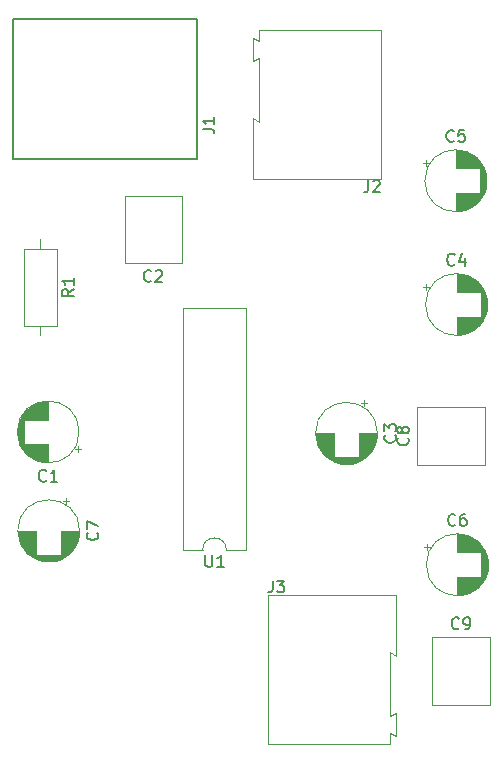
<source format=gbr>
G04 #@! TF.GenerationSoftware,KiCad,Pcbnew,5.0.2-5.fc29*
G04 #@! TF.CreationDate,2019-03-09T14:00:13+01:00*
G04 #@! TF.ProjectId,tea2025b_amp,74656132-3032-4356-925f-616d702e6b69,v1.0*
G04 #@! TF.SameCoordinates,Original*
G04 #@! TF.FileFunction,Legend,Top*
G04 #@! TF.FilePolarity,Positive*
%FSLAX46Y46*%
G04 Gerber Fmt 4.6, Leading zero omitted, Abs format (unit mm)*
G04 Created by KiCad (PCBNEW 5.0.2-5.fc29) date sob, 9 mar 2019, 14:00:13*
%MOMM*%
%LPD*%
G01*
G04 APERTURE LIST*
%ADD10C,0.120000*%
%ADD11C,0.150000*%
G04 APERTURE END LIST*
D10*
G04 #@! TO.C,J3*
X162124000Y-111111500D02*
X151274000Y-111111500D01*
X162124000Y-116211500D02*
X162124000Y-111111500D01*
X161624000Y-115911500D02*
X162124000Y-116211500D01*
X161624000Y-121311500D02*
X161624000Y-115911500D01*
X162124000Y-121061500D02*
X161624000Y-121311500D01*
X162124000Y-121111500D02*
X162124000Y-121061500D01*
X162124000Y-123011500D02*
X162124000Y-121111500D01*
X161624000Y-122761500D02*
X162124000Y-123011500D01*
X161624000Y-123711500D02*
X161624000Y-122761500D01*
X151274000Y-123711500D02*
X161624000Y-123711500D01*
X151274000Y-111111500D02*
X151274000Y-123711500D01*
G04 #@! TO.C,J2*
X160828500Y-75832500D02*
X160828500Y-63232500D01*
X160828500Y-63232500D02*
X150478500Y-63232500D01*
X150478500Y-63232500D02*
X150478500Y-64182500D01*
X150478500Y-64182500D02*
X149978500Y-63932500D01*
X149978500Y-63932500D02*
X149978500Y-65832500D01*
X149978500Y-65832500D02*
X149978500Y-65882500D01*
X149978500Y-65882500D02*
X150478500Y-65632500D01*
X150478500Y-65632500D02*
X150478500Y-71032500D01*
X150478500Y-71032500D02*
X149978500Y-70732500D01*
X149978500Y-70732500D02*
X149978500Y-75832500D01*
X149978500Y-75832500D02*
X160828500Y-75832500D01*
D11*
G04 #@! TO.C,J1*
X145302500Y-74161000D02*
X129679700Y-74161000D01*
X145302500Y-62299000D02*
X145302500Y-74061000D01*
X129679700Y-62306200D02*
X145302500Y-62306200D01*
X129679700Y-74061000D02*
X129679700Y-62361000D01*
D10*
G04 #@! TO.C,C2*
X139141500Y-83007000D02*
X139141500Y-77267000D01*
X143981500Y-83007000D02*
X143981500Y-77267000D01*
X143981500Y-77267000D02*
X139141500Y-77267000D01*
X143981500Y-83007000D02*
X139141500Y-83007000D01*
G04 #@! TO.C,C7*
X134440000Y-103093225D02*
X133940000Y-103093225D01*
X134190000Y-102843225D02*
X134190000Y-103343225D01*
X132999000Y-108249000D02*
X132431000Y-108249000D01*
X133233000Y-108209000D02*
X132197000Y-108209000D01*
X133392000Y-108169000D02*
X132038000Y-108169000D01*
X133520000Y-108129000D02*
X131910000Y-108129000D01*
X133630000Y-108089000D02*
X131800000Y-108089000D01*
X133726000Y-108049000D02*
X131704000Y-108049000D01*
X133813000Y-108009000D02*
X131617000Y-108009000D01*
X133893000Y-107969000D02*
X131537000Y-107969000D01*
X133966000Y-107929000D02*
X131464000Y-107929000D01*
X134034000Y-107889000D02*
X131396000Y-107889000D01*
X134098000Y-107849000D02*
X131332000Y-107849000D01*
X134158000Y-107809000D02*
X131272000Y-107809000D01*
X134215000Y-107769000D02*
X131215000Y-107769000D01*
X134269000Y-107729000D02*
X131161000Y-107729000D01*
X134320000Y-107689000D02*
X131110000Y-107689000D01*
X131675000Y-107649000D02*
X131062000Y-107649000D01*
X134368000Y-107649000D02*
X133755000Y-107649000D01*
X131675000Y-107609000D02*
X131016000Y-107609000D01*
X134414000Y-107609000D02*
X133755000Y-107609000D01*
X131675000Y-107569000D02*
X130972000Y-107569000D01*
X134458000Y-107569000D02*
X133755000Y-107569000D01*
X131675000Y-107529000D02*
X130930000Y-107529000D01*
X134500000Y-107529000D02*
X133755000Y-107529000D01*
X131675000Y-107489000D02*
X130889000Y-107489000D01*
X134541000Y-107489000D02*
X133755000Y-107489000D01*
X131675000Y-107449000D02*
X130851000Y-107449000D01*
X134579000Y-107449000D02*
X133755000Y-107449000D01*
X131675000Y-107409000D02*
X130814000Y-107409000D01*
X134616000Y-107409000D02*
X133755000Y-107409000D01*
X131675000Y-107369000D02*
X130778000Y-107369000D01*
X134652000Y-107369000D02*
X133755000Y-107369000D01*
X131675000Y-107329000D02*
X130744000Y-107329000D01*
X134686000Y-107329000D02*
X133755000Y-107329000D01*
X131675000Y-107289000D02*
X130711000Y-107289000D01*
X134719000Y-107289000D02*
X133755000Y-107289000D01*
X131675000Y-107249000D02*
X130680000Y-107249000D01*
X134750000Y-107249000D02*
X133755000Y-107249000D01*
X131675000Y-107209000D02*
X130650000Y-107209000D01*
X134780000Y-107209000D02*
X133755000Y-107209000D01*
X131675000Y-107169000D02*
X130620000Y-107169000D01*
X134810000Y-107169000D02*
X133755000Y-107169000D01*
X131675000Y-107129000D02*
X130593000Y-107129000D01*
X134837000Y-107129000D02*
X133755000Y-107129000D01*
X131675000Y-107089000D02*
X130566000Y-107089000D01*
X134864000Y-107089000D02*
X133755000Y-107089000D01*
X131675000Y-107049000D02*
X130540000Y-107049000D01*
X134890000Y-107049000D02*
X133755000Y-107049000D01*
X131675000Y-107009000D02*
X130515000Y-107009000D01*
X134915000Y-107009000D02*
X133755000Y-107009000D01*
X131675000Y-106969000D02*
X130491000Y-106969000D01*
X134939000Y-106969000D02*
X133755000Y-106969000D01*
X131675000Y-106929000D02*
X130468000Y-106929000D01*
X134962000Y-106929000D02*
X133755000Y-106929000D01*
X131675000Y-106889000D02*
X130447000Y-106889000D01*
X134983000Y-106889000D02*
X133755000Y-106889000D01*
X131675000Y-106849000D02*
X130425000Y-106849000D01*
X135005000Y-106849000D02*
X133755000Y-106849000D01*
X131675000Y-106809000D02*
X130405000Y-106809000D01*
X135025000Y-106809000D02*
X133755000Y-106809000D01*
X131675000Y-106769000D02*
X130386000Y-106769000D01*
X135044000Y-106769000D02*
X133755000Y-106769000D01*
X131675000Y-106729000D02*
X130367000Y-106729000D01*
X135063000Y-106729000D02*
X133755000Y-106729000D01*
X131675000Y-106689000D02*
X130350000Y-106689000D01*
X135080000Y-106689000D02*
X133755000Y-106689000D01*
X131675000Y-106649000D02*
X130333000Y-106649000D01*
X135097000Y-106649000D02*
X133755000Y-106649000D01*
X131675000Y-106609000D02*
X130317000Y-106609000D01*
X135113000Y-106609000D02*
X133755000Y-106609000D01*
X131675000Y-106569000D02*
X130301000Y-106569000D01*
X135129000Y-106569000D02*
X133755000Y-106569000D01*
X131675000Y-106529000D02*
X130287000Y-106529000D01*
X135143000Y-106529000D02*
X133755000Y-106529000D01*
X131675000Y-106489000D02*
X130273000Y-106489000D01*
X135157000Y-106489000D02*
X133755000Y-106489000D01*
X131675000Y-106449000D02*
X130260000Y-106449000D01*
X135170000Y-106449000D02*
X133755000Y-106449000D01*
X131675000Y-106409000D02*
X130247000Y-106409000D01*
X135183000Y-106409000D02*
X133755000Y-106409000D01*
X131675000Y-106369000D02*
X130235000Y-106369000D01*
X135195000Y-106369000D02*
X133755000Y-106369000D01*
X131675000Y-106328000D02*
X130224000Y-106328000D01*
X135206000Y-106328000D02*
X133755000Y-106328000D01*
X131675000Y-106288000D02*
X130214000Y-106288000D01*
X135216000Y-106288000D02*
X133755000Y-106288000D01*
X131675000Y-106248000D02*
X130204000Y-106248000D01*
X135226000Y-106248000D02*
X133755000Y-106248000D01*
X131675000Y-106208000D02*
X130195000Y-106208000D01*
X135235000Y-106208000D02*
X133755000Y-106208000D01*
X131675000Y-106168000D02*
X130187000Y-106168000D01*
X135243000Y-106168000D02*
X133755000Y-106168000D01*
X131675000Y-106128000D02*
X130179000Y-106128000D01*
X135251000Y-106128000D02*
X133755000Y-106128000D01*
X131675000Y-106088000D02*
X130172000Y-106088000D01*
X135258000Y-106088000D02*
X133755000Y-106088000D01*
X131675000Y-106048000D02*
X130165000Y-106048000D01*
X135265000Y-106048000D02*
X133755000Y-106048000D01*
X131675000Y-106008000D02*
X130159000Y-106008000D01*
X135271000Y-106008000D02*
X133755000Y-106008000D01*
X131675000Y-105968000D02*
X130154000Y-105968000D01*
X135276000Y-105968000D02*
X133755000Y-105968000D01*
X131675000Y-105928000D02*
X130150000Y-105928000D01*
X135280000Y-105928000D02*
X133755000Y-105928000D01*
X131675000Y-105888000D02*
X130146000Y-105888000D01*
X135284000Y-105888000D02*
X133755000Y-105888000D01*
X131675000Y-105848000D02*
X130142000Y-105848000D01*
X135288000Y-105848000D02*
X133755000Y-105848000D01*
X131675000Y-105808000D02*
X130139000Y-105808000D01*
X135291000Y-105808000D02*
X133755000Y-105808000D01*
X131675000Y-105768000D02*
X130137000Y-105768000D01*
X135293000Y-105768000D02*
X133755000Y-105768000D01*
X131675000Y-105728000D02*
X130136000Y-105728000D01*
X135294000Y-105728000D02*
X133755000Y-105728000D01*
X135295000Y-105688000D02*
X133755000Y-105688000D01*
X131675000Y-105688000D02*
X130135000Y-105688000D01*
X135295000Y-105648000D02*
X133755000Y-105648000D01*
X131675000Y-105648000D02*
X130135000Y-105648000D01*
X135335000Y-105648000D02*
G75*
G03X135335000Y-105648000I-2620000J0D01*
G01*
G04 #@! TO.C,C6*
X164751725Y-106796500D02*
X164751725Y-107296500D01*
X164501725Y-107046500D02*
X165001725Y-107046500D01*
X169907500Y-108237500D02*
X169907500Y-108805500D01*
X169867500Y-108003500D02*
X169867500Y-109039500D01*
X169827500Y-107844500D02*
X169827500Y-109198500D01*
X169787500Y-107716500D02*
X169787500Y-109326500D01*
X169747500Y-107606500D02*
X169747500Y-109436500D01*
X169707500Y-107510500D02*
X169707500Y-109532500D01*
X169667500Y-107423500D02*
X169667500Y-109619500D01*
X169627500Y-107343500D02*
X169627500Y-109699500D01*
X169587500Y-107270500D02*
X169587500Y-109772500D01*
X169547500Y-107202500D02*
X169547500Y-109840500D01*
X169507500Y-107138500D02*
X169507500Y-109904500D01*
X169467500Y-107078500D02*
X169467500Y-109964500D01*
X169427500Y-107021500D02*
X169427500Y-110021500D01*
X169387500Y-106967500D02*
X169387500Y-110075500D01*
X169347500Y-106916500D02*
X169347500Y-110126500D01*
X169307500Y-109561500D02*
X169307500Y-110174500D01*
X169307500Y-106868500D02*
X169307500Y-107481500D01*
X169267500Y-109561500D02*
X169267500Y-110220500D01*
X169267500Y-106822500D02*
X169267500Y-107481500D01*
X169227500Y-109561500D02*
X169227500Y-110264500D01*
X169227500Y-106778500D02*
X169227500Y-107481500D01*
X169187500Y-109561500D02*
X169187500Y-110306500D01*
X169187500Y-106736500D02*
X169187500Y-107481500D01*
X169147500Y-109561500D02*
X169147500Y-110347500D01*
X169147500Y-106695500D02*
X169147500Y-107481500D01*
X169107500Y-109561500D02*
X169107500Y-110385500D01*
X169107500Y-106657500D02*
X169107500Y-107481500D01*
X169067500Y-109561500D02*
X169067500Y-110422500D01*
X169067500Y-106620500D02*
X169067500Y-107481500D01*
X169027500Y-109561500D02*
X169027500Y-110458500D01*
X169027500Y-106584500D02*
X169027500Y-107481500D01*
X168987500Y-109561500D02*
X168987500Y-110492500D01*
X168987500Y-106550500D02*
X168987500Y-107481500D01*
X168947500Y-109561500D02*
X168947500Y-110525500D01*
X168947500Y-106517500D02*
X168947500Y-107481500D01*
X168907500Y-109561500D02*
X168907500Y-110556500D01*
X168907500Y-106486500D02*
X168907500Y-107481500D01*
X168867500Y-109561500D02*
X168867500Y-110586500D01*
X168867500Y-106456500D02*
X168867500Y-107481500D01*
X168827500Y-109561500D02*
X168827500Y-110616500D01*
X168827500Y-106426500D02*
X168827500Y-107481500D01*
X168787500Y-109561500D02*
X168787500Y-110643500D01*
X168787500Y-106399500D02*
X168787500Y-107481500D01*
X168747500Y-109561500D02*
X168747500Y-110670500D01*
X168747500Y-106372500D02*
X168747500Y-107481500D01*
X168707500Y-109561500D02*
X168707500Y-110696500D01*
X168707500Y-106346500D02*
X168707500Y-107481500D01*
X168667500Y-109561500D02*
X168667500Y-110721500D01*
X168667500Y-106321500D02*
X168667500Y-107481500D01*
X168627500Y-109561500D02*
X168627500Y-110745500D01*
X168627500Y-106297500D02*
X168627500Y-107481500D01*
X168587500Y-109561500D02*
X168587500Y-110768500D01*
X168587500Y-106274500D02*
X168587500Y-107481500D01*
X168547500Y-109561500D02*
X168547500Y-110789500D01*
X168547500Y-106253500D02*
X168547500Y-107481500D01*
X168507500Y-109561500D02*
X168507500Y-110811500D01*
X168507500Y-106231500D02*
X168507500Y-107481500D01*
X168467500Y-109561500D02*
X168467500Y-110831500D01*
X168467500Y-106211500D02*
X168467500Y-107481500D01*
X168427500Y-109561500D02*
X168427500Y-110850500D01*
X168427500Y-106192500D02*
X168427500Y-107481500D01*
X168387500Y-109561500D02*
X168387500Y-110869500D01*
X168387500Y-106173500D02*
X168387500Y-107481500D01*
X168347500Y-109561500D02*
X168347500Y-110886500D01*
X168347500Y-106156500D02*
X168347500Y-107481500D01*
X168307500Y-109561500D02*
X168307500Y-110903500D01*
X168307500Y-106139500D02*
X168307500Y-107481500D01*
X168267500Y-109561500D02*
X168267500Y-110919500D01*
X168267500Y-106123500D02*
X168267500Y-107481500D01*
X168227500Y-109561500D02*
X168227500Y-110935500D01*
X168227500Y-106107500D02*
X168227500Y-107481500D01*
X168187500Y-109561500D02*
X168187500Y-110949500D01*
X168187500Y-106093500D02*
X168187500Y-107481500D01*
X168147500Y-109561500D02*
X168147500Y-110963500D01*
X168147500Y-106079500D02*
X168147500Y-107481500D01*
X168107500Y-109561500D02*
X168107500Y-110976500D01*
X168107500Y-106066500D02*
X168107500Y-107481500D01*
X168067500Y-109561500D02*
X168067500Y-110989500D01*
X168067500Y-106053500D02*
X168067500Y-107481500D01*
X168027500Y-109561500D02*
X168027500Y-111001500D01*
X168027500Y-106041500D02*
X168027500Y-107481500D01*
X167986500Y-109561500D02*
X167986500Y-111012500D01*
X167986500Y-106030500D02*
X167986500Y-107481500D01*
X167946500Y-109561500D02*
X167946500Y-111022500D01*
X167946500Y-106020500D02*
X167946500Y-107481500D01*
X167906500Y-109561500D02*
X167906500Y-111032500D01*
X167906500Y-106010500D02*
X167906500Y-107481500D01*
X167866500Y-109561500D02*
X167866500Y-111041500D01*
X167866500Y-106001500D02*
X167866500Y-107481500D01*
X167826500Y-109561500D02*
X167826500Y-111049500D01*
X167826500Y-105993500D02*
X167826500Y-107481500D01*
X167786500Y-109561500D02*
X167786500Y-111057500D01*
X167786500Y-105985500D02*
X167786500Y-107481500D01*
X167746500Y-109561500D02*
X167746500Y-111064500D01*
X167746500Y-105978500D02*
X167746500Y-107481500D01*
X167706500Y-109561500D02*
X167706500Y-111071500D01*
X167706500Y-105971500D02*
X167706500Y-107481500D01*
X167666500Y-109561500D02*
X167666500Y-111077500D01*
X167666500Y-105965500D02*
X167666500Y-107481500D01*
X167626500Y-109561500D02*
X167626500Y-111082500D01*
X167626500Y-105960500D02*
X167626500Y-107481500D01*
X167586500Y-109561500D02*
X167586500Y-111086500D01*
X167586500Y-105956500D02*
X167586500Y-107481500D01*
X167546500Y-109561500D02*
X167546500Y-111090500D01*
X167546500Y-105952500D02*
X167546500Y-107481500D01*
X167506500Y-109561500D02*
X167506500Y-111094500D01*
X167506500Y-105948500D02*
X167506500Y-107481500D01*
X167466500Y-109561500D02*
X167466500Y-111097500D01*
X167466500Y-105945500D02*
X167466500Y-107481500D01*
X167426500Y-109561500D02*
X167426500Y-111099500D01*
X167426500Y-105943500D02*
X167426500Y-107481500D01*
X167386500Y-109561500D02*
X167386500Y-111100500D01*
X167386500Y-105942500D02*
X167386500Y-107481500D01*
X167346500Y-105941500D02*
X167346500Y-107481500D01*
X167346500Y-109561500D02*
X167346500Y-111101500D01*
X167306500Y-105941500D02*
X167306500Y-107481500D01*
X167306500Y-109561500D02*
X167306500Y-111101500D01*
X169926500Y-108521500D02*
G75*
G03X169926500Y-108521500I-2620000J0D01*
G01*
G04 #@! TO.C,C5*
X164624725Y-74284500D02*
X164624725Y-74784500D01*
X164374725Y-74534500D02*
X164874725Y-74534500D01*
X169780500Y-75725500D02*
X169780500Y-76293500D01*
X169740500Y-75491500D02*
X169740500Y-76527500D01*
X169700500Y-75332500D02*
X169700500Y-76686500D01*
X169660500Y-75204500D02*
X169660500Y-76814500D01*
X169620500Y-75094500D02*
X169620500Y-76924500D01*
X169580500Y-74998500D02*
X169580500Y-77020500D01*
X169540500Y-74911500D02*
X169540500Y-77107500D01*
X169500500Y-74831500D02*
X169500500Y-77187500D01*
X169460500Y-74758500D02*
X169460500Y-77260500D01*
X169420500Y-74690500D02*
X169420500Y-77328500D01*
X169380500Y-74626500D02*
X169380500Y-77392500D01*
X169340500Y-74566500D02*
X169340500Y-77452500D01*
X169300500Y-74509500D02*
X169300500Y-77509500D01*
X169260500Y-74455500D02*
X169260500Y-77563500D01*
X169220500Y-74404500D02*
X169220500Y-77614500D01*
X169180500Y-77049500D02*
X169180500Y-77662500D01*
X169180500Y-74356500D02*
X169180500Y-74969500D01*
X169140500Y-77049500D02*
X169140500Y-77708500D01*
X169140500Y-74310500D02*
X169140500Y-74969500D01*
X169100500Y-77049500D02*
X169100500Y-77752500D01*
X169100500Y-74266500D02*
X169100500Y-74969500D01*
X169060500Y-77049500D02*
X169060500Y-77794500D01*
X169060500Y-74224500D02*
X169060500Y-74969500D01*
X169020500Y-77049500D02*
X169020500Y-77835500D01*
X169020500Y-74183500D02*
X169020500Y-74969500D01*
X168980500Y-77049500D02*
X168980500Y-77873500D01*
X168980500Y-74145500D02*
X168980500Y-74969500D01*
X168940500Y-77049500D02*
X168940500Y-77910500D01*
X168940500Y-74108500D02*
X168940500Y-74969500D01*
X168900500Y-77049500D02*
X168900500Y-77946500D01*
X168900500Y-74072500D02*
X168900500Y-74969500D01*
X168860500Y-77049500D02*
X168860500Y-77980500D01*
X168860500Y-74038500D02*
X168860500Y-74969500D01*
X168820500Y-77049500D02*
X168820500Y-78013500D01*
X168820500Y-74005500D02*
X168820500Y-74969500D01*
X168780500Y-77049500D02*
X168780500Y-78044500D01*
X168780500Y-73974500D02*
X168780500Y-74969500D01*
X168740500Y-77049500D02*
X168740500Y-78074500D01*
X168740500Y-73944500D02*
X168740500Y-74969500D01*
X168700500Y-77049500D02*
X168700500Y-78104500D01*
X168700500Y-73914500D02*
X168700500Y-74969500D01*
X168660500Y-77049500D02*
X168660500Y-78131500D01*
X168660500Y-73887500D02*
X168660500Y-74969500D01*
X168620500Y-77049500D02*
X168620500Y-78158500D01*
X168620500Y-73860500D02*
X168620500Y-74969500D01*
X168580500Y-77049500D02*
X168580500Y-78184500D01*
X168580500Y-73834500D02*
X168580500Y-74969500D01*
X168540500Y-77049500D02*
X168540500Y-78209500D01*
X168540500Y-73809500D02*
X168540500Y-74969500D01*
X168500500Y-77049500D02*
X168500500Y-78233500D01*
X168500500Y-73785500D02*
X168500500Y-74969500D01*
X168460500Y-77049500D02*
X168460500Y-78256500D01*
X168460500Y-73762500D02*
X168460500Y-74969500D01*
X168420500Y-77049500D02*
X168420500Y-78277500D01*
X168420500Y-73741500D02*
X168420500Y-74969500D01*
X168380500Y-77049500D02*
X168380500Y-78299500D01*
X168380500Y-73719500D02*
X168380500Y-74969500D01*
X168340500Y-77049500D02*
X168340500Y-78319500D01*
X168340500Y-73699500D02*
X168340500Y-74969500D01*
X168300500Y-77049500D02*
X168300500Y-78338500D01*
X168300500Y-73680500D02*
X168300500Y-74969500D01*
X168260500Y-77049500D02*
X168260500Y-78357500D01*
X168260500Y-73661500D02*
X168260500Y-74969500D01*
X168220500Y-77049500D02*
X168220500Y-78374500D01*
X168220500Y-73644500D02*
X168220500Y-74969500D01*
X168180500Y-77049500D02*
X168180500Y-78391500D01*
X168180500Y-73627500D02*
X168180500Y-74969500D01*
X168140500Y-77049500D02*
X168140500Y-78407500D01*
X168140500Y-73611500D02*
X168140500Y-74969500D01*
X168100500Y-77049500D02*
X168100500Y-78423500D01*
X168100500Y-73595500D02*
X168100500Y-74969500D01*
X168060500Y-77049500D02*
X168060500Y-78437500D01*
X168060500Y-73581500D02*
X168060500Y-74969500D01*
X168020500Y-77049500D02*
X168020500Y-78451500D01*
X168020500Y-73567500D02*
X168020500Y-74969500D01*
X167980500Y-77049500D02*
X167980500Y-78464500D01*
X167980500Y-73554500D02*
X167980500Y-74969500D01*
X167940500Y-77049500D02*
X167940500Y-78477500D01*
X167940500Y-73541500D02*
X167940500Y-74969500D01*
X167900500Y-77049500D02*
X167900500Y-78489500D01*
X167900500Y-73529500D02*
X167900500Y-74969500D01*
X167859500Y-77049500D02*
X167859500Y-78500500D01*
X167859500Y-73518500D02*
X167859500Y-74969500D01*
X167819500Y-77049500D02*
X167819500Y-78510500D01*
X167819500Y-73508500D02*
X167819500Y-74969500D01*
X167779500Y-77049500D02*
X167779500Y-78520500D01*
X167779500Y-73498500D02*
X167779500Y-74969500D01*
X167739500Y-77049500D02*
X167739500Y-78529500D01*
X167739500Y-73489500D02*
X167739500Y-74969500D01*
X167699500Y-77049500D02*
X167699500Y-78537500D01*
X167699500Y-73481500D02*
X167699500Y-74969500D01*
X167659500Y-77049500D02*
X167659500Y-78545500D01*
X167659500Y-73473500D02*
X167659500Y-74969500D01*
X167619500Y-77049500D02*
X167619500Y-78552500D01*
X167619500Y-73466500D02*
X167619500Y-74969500D01*
X167579500Y-77049500D02*
X167579500Y-78559500D01*
X167579500Y-73459500D02*
X167579500Y-74969500D01*
X167539500Y-77049500D02*
X167539500Y-78565500D01*
X167539500Y-73453500D02*
X167539500Y-74969500D01*
X167499500Y-77049500D02*
X167499500Y-78570500D01*
X167499500Y-73448500D02*
X167499500Y-74969500D01*
X167459500Y-77049500D02*
X167459500Y-78574500D01*
X167459500Y-73444500D02*
X167459500Y-74969500D01*
X167419500Y-77049500D02*
X167419500Y-78578500D01*
X167419500Y-73440500D02*
X167419500Y-74969500D01*
X167379500Y-77049500D02*
X167379500Y-78582500D01*
X167379500Y-73436500D02*
X167379500Y-74969500D01*
X167339500Y-77049500D02*
X167339500Y-78585500D01*
X167339500Y-73433500D02*
X167339500Y-74969500D01*
X167299500Y-77049500D02*
X167299500Y-78587500D01*
X167299500Y-73431500D02*
X167299500Y-74969500D01*
X167259500Y-77049500D02*
X167259500Y-78588500D01*
X167259500Y-73430500D02*
X167259500Y-74969500D01*
X167219500Y-73429500D02*
X167219500Y-74969500D01*
X167219500Y-77049500D02*
X167219500Y-78589500D01*
X167179500Y-73429500D02*
X167179500Y-74969500D01*
X167179500Y-77049500D02*
X167179500Y-78589500D01*
X169799500Y-76009500D02*
G75*
G03X169799500Y-76009500I-2620000J0D01*
G01*
G04 #@! TO.C,C4*
X164688225Y-84762000D02*
X164688225Y-85262000D01*
X164438225Y-85012000D02*
X164938225Y-85012000D01*
X169844000Y-86203000D02*
X169844000Y-86771000D01*
X169804000Y-85969000D02*
X169804000Y-87005000D01*
X169764000Y-85810000D02*
X169764000Y-87164000D01*
X169724000Y-85682000D02*
X169724000Y-87292000D01*
X169684000Y-85572000D02*
X169684000Y-87402000D01*
X169644000Y-85476000D02*
X169644000Y-87498000D01*
X169604000Y-85389000D02*
X169604000Y-87585000D01*
X169564000Y-85309000D02*
X169564000Y-87665000D01*
X169524000Y-85236000D02*
X169524000Y-87738000D01*
X169484000Y-85168000D02*
X169484000Y-87806000D01*
X169444000Y-85104000D02*
X169444000Y-87870000D01*
X169404000Y-85044000D02*
X169404000Y-87930000D01*
X169364000Y-84987000D02*
X169364000Y-87987000D01*
X169324000Y-84933000D02*
X169324000Y-88041000D01*
X169284000Y-84882000D02*
X169284000Y-88092000D01*
X169244000Y-87527000D02*
X169244000Y-88140000D01*
X169244000Y-84834000D02*
X169244000Y-85447000D01*
X169204000Y-87527000D02*
X169204000Y-88186000D01*
X169204000Y-84788000D02*
X169204000Y-85447000D01*
X169164000Y-87527000D02*
X169164000Y-88230000D01*
X169164000Y-84744000D02*
X169164000Y-85447000D01*
X169124000Y-87527000D02*
X169124000Y-88272000D01*
X169124000Y-84702000D02*
X169124000Y-85447000D01*
X169084000Y-87527000D02*
X169084000Y-88313000D01*
X169084000Y-84661000D02*
X169084000Y-85447000D01*
X169044000Y-87527000D02*
X169044000Y-88351000D01*
X169044000Y-84623000D02*
X169044000Y-85447000D01*
X169004000Y-87527000D02*
X169004000Y-88388000D01*
X169004000Y-84586000D02*
X169004000Y-85447000D01*
X168964000Y-87527000D02*
X168964000Y-88424000D01*
X168964000Y-84550000D02*
X168964000Y-85447000D01*
X168924000Y-87527000D02*
X168924000Y-88458000D01*
X168924000Y-84516000D02*
X168924000Y-85447000D01*
X168884000Y-87527000D02*
X168884000Y-88491000D01*
X168884000Y-84483000D02*
X168884000Y-85447000D01*
X168844000Y-87527000D02*
X168844000Y-88522000D01*
X168844000Y-84452000D02*
X168844000Y-85447000D01*
X168804000Y-87527000D02*
X168804000Y-88552000D01*
X168804000Y-84422000D02*
X168804000Y-85447000D01*
X168764000Y-87527000D02*
X168764000Y-88582000D01*
X168764000Y-84392000D02*
X168764000Y-85447000D01*
X168724000Y-87527000D02*
X168724000Y-88609000D01*
X168724000Y-84365000D02*
X168724000Y-85447000D01*
X168684000Y-87527000D02*
X168684000Y-88636000D01*
X168684000Y-84338000D02*
X168684000Y-85447000D01*
X168644000Y-87527000D02*
X168644000Y-88662000D01*
X168644000Y-84312000D02*
X168644000Y-85447000D01*
X168604000Y-87527000D02*
X168604000Y-88687000D01*
X168604000Y-84287000D02*
X168604000Y-85447000D01*
X168564000Y-87527000D02*
X168564000Y-88711000D01*
X168564000Y-84263000D02*
X168564000Y-85447000D01*
X168524000Y-87527000D02*
X168524000Y-88734000D01*
X168524000Y-84240000D02*
X168524000Y-85447000D01*
X168484000Y-87527000D02*
X168484000Y-88755000D01*
X168484000Y-84219000D02*
X168484000Y-85447000D01*
X168444000Y-87527000D02*
X168444000Y-88777000D01*
X168444000Y-84197000D02*
X168444000Y-85447000D01*
X168404000Y-87527000D02*
X168404000Y-88797000D01*
X168404000Y-84177000D02*
X168404000Y-85447000D01*
X168364000Y-87527000D02*
X168364000Y-88816000D01*
X168364000Y-84158000D02*
X168364000Y-85447000D01*
X168324000Y-87527000D02*
X168324000Y-88835000D01*
X168324000Y-84139000D02*
X168324000Y-85447000D01*
X168284000Y-87527000D02*
X168284000Y-88852000D01*
X168284000Y-84122000D02*
X168284000Y-85447000D01*
X168244000Y-87527000D02*
X168244000Y-88869000D01*
X168244000Y-84105000D02*
X168244000Y-85447000D01*
X168204000Y-87527000D02*
X168204000Y-88885000D01*
X168204000Y-84089000D02*
X168204000Y-85447000D01*
X168164000Y-87527000D02*
X168164000Y-88901000D01*
X168164000Y-84073000D02*
X168164000Y-85447000D01*
X168124000Y-87527000D02*
X168124000Y-88915000D01*
X168124000Y-84059000D02*
X168124000Y-85447000D01*
X168084000Y-87527000D02*
X168084000Y-88929000D01*
X168084000Y-84045000D02*
X168084000Y-85447000D01*
X168044000Y-87527000D02*
X168044000Y-88942000D01*
X168044000Y-84032000D02*
X168044000Y-85447000D01*
X168004000Y-87527000D02*
X168004000Y-88955000D01*
X168004000Y-84019000D02*
X168004000Y-85447000D01*
X167964000Y-87527000D02*
X167964000Y-88967000D01*
X167964000Y-84007000D02*
X167964000Y-85447000D01*
X167923000Y-87527000D02*
X167923000Y-88978000D01*
X167923000Y-83996000D02*
X167923000Y-85447000D01*
X167883000Y-87527000D02*
X167883000Y-88988000D01*
X167883000Y-83986000D02*
X167883000Y-85447000D01*
X167843000Y-87527000D02*
X167843000Y-88998000D01*
X167843000Y-83976000D02*
X167843000Y-85447000D01*
X167803000Y-87527000D02*
X167803000Y-89007000D01*
X167803000Y-83967000D02*
X167803000Y-85447000D01*
X167763000Y-87527000D02*
X167763000Y-89015000D01*
X167763000Y-83959000D02*
X167763000Y-85447000D01*
X167723000Y-87527000D02*
X167723000Y-89023000D01*
X167723000Y-83951000D02*
X167723000Y-85447000D01*
X167683000Y-87527000D02*
X167683000Y-89030000D01*
X167683000Y-83944000D02*
X167683000Y-85447000D01*
X167643000Y-87527000D02*
X167643000Y-89037000D01*
X167643000Y-83937000D02*
X167643000Y-85447000D01*
X167603000Y-87527000D02*
X167603000Y-89043000D01*
X167603000Y-83931000D02*
X167603000Y-85447000D01*
X167563000Y-87527000D02*
X167563000Y-89048000D01*
X167563000Y-83926000D02*
X167563000Y-85447000D01*
X167523000Y-87527000D02*
X167523000Y-89052000D01*
X167523000Y-83922000D02*
X167523000Y-85447000D01*
X167483000Y-87527000D02*
X167483000Y-89056000D01*
X167483000Y-83918000D02*
X167483000Y-85447000D01*
X167443000Y-87527000D02*
X167443000Y-89060000D01*
X167443000Y-83914000D02*
X167443000Y-85447000D01*
X167403000Y-87527000D02*
X167403000Y-89063000D01*
X167403000Y-83911000D02*
X167403000Y-85447000D01*
X167363000Y-87527000D02*
X167363000Y-89065000D01*
X167363000Y-83909000D02*
X167363000Y-85447000D01*
X167323000Y-87527000D02*
X167323000Y-89066000D01*
X167323000Y-83908000D02*
X167323000Y-85447000D01*
X167283000Y-83907000D02*
X167283000Y-85447000D01*
X167283000Y-87527000D02*
X167283000Y-89067000D01*
X167243000Y-83907000D02*
X167243000Y-85447000D01*
X167243000Y-87527000D02*
X167243000Y-89067000D01*
X169863000Y-86487000D02*
G75*
G03X169863000Y-86487000I-2620000J0D01*
G01*
G04 #@! TO.C,C3*
X159649500Y-94838225D02*
X159149500Y-94838225D01*
X159399500Y-94588225D02*
X159399500Y-95088225D01*
X158208500Y-99994000D02*
X157640500Y-99994000D01*
X158442500Y-99954000D02*
X157406500Y-99954000D01*
X158601500Y-99914000D02*
X157247500Y-99914000D01*
X158729500Y-99874000D02*
X157119500Y-99874000D01*
X158839500Y-99834000D02*
X157009500Y-99834000D01*
X158935500Y-99794000D02*
X156913500Y-99794000D01*
X159022500Y-99754000D02*
X156826500Y-99754000D01*
X159102500Y-99714000D02*
X156746500Y-99714000D01*
X159175500Y-99674000D02*
X156673500Y-99674000D01*
X159243500Y-99634000D02*
X156605500Y-99634000D01*
X159307500Y-99594000D02*
X156541500Y-99594000D01*
X159367500Y-99554000D02*
X156481500Y-99554000D01*
X159424500Y-99514000D02*
X156424500Y-99514000D01*
X159478500Y-99474000D02*
X156370500Y-99474000D01*
X159529500Y-99434000D02*
X156319500Y-99434000D01*
X156884500Y-99394000D02*
X156271500Y-99394000D01*
X159577500Y-99394000D02*
X158964500Y-99394000D01*
X156884500Y-99354000D02*
X156225500Y-99354000D01*
X159623500Y-99354000D02*
X158964500Y-99354000D01*
X156884500Y-99314000D02*
X156181500Y-99314000D01*
X159667500Y-99314000D02*
X158964500Y-99314000D01*
X156884500Y-99274000D02*
X156139500Y-99274000D01*
X159709500Y-99274000D02*
X158964500Y-99274000D01*
X156884500Y-99234000D02*
X156098500Y-99234000D01*
X159750500Y-99234000D02*
X158964500Y-99234000D01*
X156884500Y-99194000D02*
X156060500Y-99194000D01*
X159788500Y-99194000D02*
X158964500Y-99194000D01*
X156884500Y-99154000D02*
X156023500Y-99154000D01*
X159825500Y-99154000D02*
X158964500Y-99154000D01*
X156884500Y-99114000D02*
X155987500Y-99114000D01*
X159861500Y-99114000D02*
X158964500Y-99114000D01*
X156884500Y-99074000D02*
X155953500Y-99074000D01*
X159895500Y-99074000D02*
X158964500Y-99074000D01*
X156884500Y-99034000D02*
X155920500Y-99034000D01*
X159928500Y-99034000D02*
X158964500Y-99034000D01*
X156884500Y-98994000D02*
X155889500Y-98994000D01*
X159959500Y-98994000D02*
X158964500Y-98994000D01*
X156884500Y-98954000D02*
X155859500Y-98954000D01*
X159989500Y-98954000D02*
X158964500Y-98954000D01*
X156884500Y-98914000D02*
X155829500Y-98914000D01*
X160019500Y-98914000D02*
X158964500Y-98914000D01*
X156884500Y-98874000D02*
X155802500Y-98874000D01*
X160046500Y-98874000D02*
X158964500Y-98874000D01*
X156884500Y-98834000D02*
X155775500Y-98834000D01*
X160073500Y-98834000D02*
X158964500Y-98834000D01*
X156884500Y-98794000D02*
X155749500Y-98794000D01*
X160099500Y-98794000D02*
X158964500Y-98794000D01*
X156884500Y-98754000D02*
X155724500Y-98754000D01*
X160124500Y-98754000D02*
X158964500Y-98754000D01*
X156884500Y-98714000D02*
X155700500Y-98714000D01*
X160148500Y-98714000D02*
X158964500Y-98714000D01*
X156884500Y-98674000D02*
X155677500Y-98674000D01*
X160171500Y-98674000D02*
X158964500Y-98674000D01*
X156884500Y-98634000D02*
X155656500Y-98634000D01*
X160192500Y-98634000D02*
X158964500Y-98634000D01*
X156884500Y-98594000D02*
X155634500Y-98594000D01*
X160214500Y-98594000D02*
X158964500Y-98594000D01*
X156884500Y-98554000D02*
X155614500Y-98554000D01*
X160234500Y-98554000D02*
X158964500Y-98554000D01*
X156884500Y-98514000D02*
X155595500Y-98514000D01*
X160253500Y-98514000D02*
X158964500Y-98514000D01*
X156884500Y-98474000D02*
X155576500Y-98474000D01*
X160272500Y-98474000D02*
X158964500Y-98474000D01*
X156884500Y-98434000D02*
X155559500Y-98434000D01*
X160289500Y-98434000D02*
X158964500Y-98434000D01*
X156884500Y-98394000D02*
X155542500Y-98394000D01*
X160306500Y-98394000D02*
X158964500Y-98394000D01*
X156884500Y-98354000D02*
X155526500Y-98354000D01*
X160322500Y-98354000D02*
X158964500Y-98354000D01*
X156884500Y-98314000D02*
X155510500Y-98314000D01*
X160338500Y-98314000D02*
X158964500Y-98314000D01*
X156884500Y-98274000D02*
X155496500Y-98274000D01*
X160352500Y-98274000D02*
X158964500Y-98274000D01*
X156884500Y-98234000D02*
X155482500Y-98234000D01*
X160366500Y-98234000D02*
X158964500Y-98234000D01*
X156884500Y-98194000D02*
X155469500Y-98194000D01*
X160379500Y-98194000D02*
X158964500Y-98194000D01*
X156884500Y-98154000D02*
X155456500Y-98154000D01*
X160392500Y-98154000D02*
X158964500Y-98154000D01*
X156884500Y-98114000D02*
X155444500Y-98114000D01*
X160404500Y-98114000D02*
X158964500Y-98114000D01*
X156884500Y-98073000D02*
X155433500Y-98073000D01*
X160415500Y-98073000D02*
X158964500Y-98073000D01*
X156884500Y-98033000D02*
X155423500Y-98033000D01*
X160425500Y-98033000D02*
X158964500Y-98033000D01*
X156884500Y-97993000D02*
X155413500Y-97993000D01*
X160435500Y-97993000D02*
X158964500Y-97993000D01*
X156884500Y-97953000D02*
X155404500Y-97953000D01*
X160444500Y-97953000D02*
X158964500Y-97953000D01*
X156884500Y-97913000D02*
X155396500Y-97913000D01*
X160452500Y-97913000D02*
X158964500Y-97913000D01*
X156884500Y-97873000D02*
X155388500Y-97873000D01*
X160460500Y-97873000D02*
X158964500Y-97873000D01*
X156884500Y-97833000D02*
X155381500Y-97833000D01*
X160467500Y-97833000D02*
X158964500Y-97833000D01*
X156884500Y-97793000D02*
X155374500Y-97793000D01*
X160474500Y-97793000D02*
X158964500Y-97793000D01*
X156884500Y-97753000D02*
X155368500Y-97753000D01*
X160480500Y-97753000D02*
X158964500Y-97753000D01*
X156884500Y-97713000D02*
X155363500Y-97713000D01*
X160485500Y-97713000D02*
X158964500Y-97713000D01*
X156884500Y-97673000D02*
X155359500Y-97673000D01*
X160489500Y-97673000D02*
X158964500Y-97673000D01*
X156884500Y-97633000D02*
X155355500Y-97633000D01*
X160493500Y-97633000D02*
X158964500Y-97633000D01*
X156884500Y-97593000D02*
X155351500Y-97593000D01*
X160497500Y-97593000D02*
X158964500Y-97593000D01*
X156884500Y-97553000D02*
X155348500Y-97553000D01*
X160500500Y-97553000D02*
X158964500Y-97553000D01*
X156884500Y-97513000D02*
X155346500Y-97513000D01*
X160502500Y-97513000D02*
X158964500Y-97513000D01*
X156884500Y-97473000D02*
X155345500Y-97473000D01*
X160503500Y-97473000D02*
X158964500Y-97473000D01*
X160504500Y-97433000D02*
X158964500Y-97433000D01*
X156884500Y-97433000D02*
X155344500Y-97433000D01*
X160504500Y-97393000D02*
X158964500Y-97393000D01*
X156884500Y-97393000D02*
X155344500Y-97393000D01*
X160544500Y-97393000D02*
G75*
G03X160544500Y-97393000I-2620000J0D01*
G01*
G04 #@! TO.C,C1*
X135222275Y-99007000D02*
X135222275Y-98507000D01*
X135472275Y-98757000D02*
X134972275Y-98757000D01*
X130066500Y-97566000D02*
X130066500Y-96998000D01*
X130106500Y-97800000D02*
X130106500Y-96764000D01*
X130146500Y-97959000D02*
X130146500Y-96605000D01*
X130186500Y-98087000D02*
X130186500Y-96477000D01*
X130226500Y-98197000D02*
X130226500Y-96367000D01*
X130266500Y-98293000D02*
X130266500Y-96271000D01*
X130306500Y-98380000D02*
X130306500Y-96184000D01*
X130346500Y-98460000D02*
X130346500Y-96104000D01*
X130386500Y-98533000D02*
X130386500Y-96031000D01*
X130426500Y-98601000D02*
X130426500Y-95963000D01*
X130466500Y-98665000D02*
X130466500Y-95899000D01*
X130506500Y-98725000D02*
X130506500Y-95839000D01*
X130546500Y-98782000D02*
X130546500Y-95782000D01*
X130586500Y-98836000D02*
X130586500Y-95728000D01*
X130626500Y-98887000D02*
X130626500Y-95677000D01*
X130666500Y-96242000D02*
X130666500Y-95629000D01*
X130666500Y-98935000D02*
X130666500Y-98322000D01*
X130706500Y-96242000D02*
X130706500Y-95583000D01*
X130706500Y-98981000D02*
X130706500Y-98322000D01*
X130746500Y-96242000D02*
X130746500Y-95539000D01*
X130746500Y-99025000D02*
X130746500Y-98322000D01*
X130786500Y-96242000D02*
X130786500Y-95497000D01*
X130786500Y-99067000D02*
X130786500Y-98322000D01*
X130826500Y-96242000D02*
X130826500Y-95456000D01*
X130826500Y-99108000D02*
X130826500Y-98322000D01*
X130866500Y-96242000D02*
X130866500Y-95418000D01*
X130866500Y-99146000D02*
X130866500Y-98322000D01*
X130906500Y-96242000D02*
X130906500Y-95381000D01*
X130906500Y-99183000D02*
X130906500Y-98322000D01*
X130946500Y-96242000D02*
X130946500Y-95345000D01*
X130946500Y-99219000D02*
X130946500Y-98322000D01*
X130986500Y-96242000D02*
X130986500Y-95311000D01*
X130986500Y-99253000D02*
X130986500Y-98322000D01*
X131026500Y-96242000D02*
X131026500Y-95278000D01*
X131026500Y-99286000D02*
X131026500Y-98322000D01*
X131066500Y-96242000D02*
X131066500Y-95247000D01*
X131066500Y-99317000D02*
X131066500Y-98322000D01*
X131106500Y-96242000D02*
X131106500Y-95217000D01*
X131106500Y-99347000D02*
X131106500Y-98322000D01*
X131146500Y-96242000D02*
X131146500Y-95187000D01*
X131146500Y-99377000D02*
X131146500Y-98322000D01*
X131186500Y-96242000D02*
X131186500Y-95160000D01*
X131186500Y-99404000D02*
X131186500Y-98322000D01*
X131226500Y-96242000D02*
X131226500Y-95133000D01*
X131226500Y-99431000D02*
X131226500Y-98322000D01*
X131266500Y-96242000D02*
X131266500Y-95107000D01*
X131266500Y-99457000D02*
X131266500Y-98322000D01*
X131306500Y-96242000D02*
X131306500Y-95082000D01*
X131306500Y-99482000D02*
X131306500Y-98322000D01*
X131346500Y-96242000D02*
X131346500Y-95058000D01*
X131346500Y-99506000D02*
X131346500Y-98322000D01*
X131386500Y-96242000D02*
X131386500Y-95035000D01*
X131386500Y-99529000D02*
X131386500Y-98322000D01*
X131426500Y-96242000D02*
X131426500Y-95014000D01*
X131426500Y-99550000D02*
X131426500Y-98322000D01*
X131466500Y-96242000D02*
X131466500Y-94992000D01*
X131466500Y-99572000D02*
X131466500Y-98322000D01*
X131506500Y-96242000D02*
X131506500Y-94972000D01*
X131506500Y-99592000D02*
X131506500Y-98322000D01*
X131546500Y-96242000D02*
X131546500Y-94953000D01*
X131546500Y-99611000D02*
X131546500Y-98322000D01*
X131586500Y-96242000D02*
X131586500Y-94934000D01*
X131586500Y-99630000D02*
X131586500Y-98322000D01*
X131626500Y-96242000D02*
X131626500Y-94917000D01*
X131626500Y-99647000D02*
X131626500Y-98322000D01*
X131666500Y-96242000D02*
X131666500Y-94900000D01*
X131666500Y-99664000D02*
X131666500Y-98322000D01*
X131706500Y-96242000D02*
X131706500Y-94884000D01*
X131706500Y-99680000D02*
X131706500Y-98322000D01*
X131746500Y-96242000D02*
X131746500Y-94868000D01*
X131746500Y-99696000D02*
X131746500Y-98322000D01*
X131786500Y-96242000D02*
X131786500Y-94854000D01*
X131786500Y-99710000D02*
X131786500Y-98322000D01*
X131826500Y-96242000D02*
X131826500Y-94840000D01*
X131826500Y-99724000D02*
X131826500Y-98322000D01*
X131866500Y-96242000D02*
X131866500Y-94827000D01*
X131866500Y-99737000D02*
X131866500Y-98322000D01*
X131906500Y-96242000D02*
X131906500Y-94814000D01*
X131906500Y-99750000D02*
X131906500Y-98322000D01*
X131946500Y-96242000D02*
X131946500Y-94802000D01*
X131946500Y-99762000D02*
X131946500Y-98322000D01*
X131987500Y-96242000D02*
X131987500Y-94791000D01*
X131987500Y-99773000D02*
X131987500Y-98322000D01*
X132027500Y-96242000D02*
X132027500Y-94781000D01*
X132027500Y-99783000D02*
X132027500Y-98322000D01*
X132067500Y-96242000D02*
X132067500Y-94771000D01*
X132067500Y-99793000D02*
X132067500Y-98322000D01*
X132107500Y-96242000D02*
X132107500Y-94762000D01*
X132107500Y-99802000D02*
X132107500Y-98322000D01*
X132147500Y-96242000D02*
X132147500Y-94754000D01*
X132147500Y-99810000D02*
X132147500Y-98322000D01*
X132187500Y-96242000D02*
X132187500Y-94746000D01*
X132187500Y-99818000D02*
X132187500Y-98322000D01*
X132227500Y-96242000D02*
X132227500Y-94739000D01*
X132227500Y-99825000D02*
X132227500Y-98322000D01*
X132267500Y-96242000D02*
X132267500Y-94732000D01*
X132267500Y-99832000D02*
X132267500Y-98322000D01*
X132307500Y-96242000D02*
X132307500Y-94726000D01*
X132307500Y-99838000D02*
X132307500Y-98322000D01*
X132347500Y-96242000D02*
X132347500Y-94721000D01*
X132347500Y-99843000D02*
X132347500Y-98322000D01*
X132387500Y-96242000D02*
X132387500Y-94717000D01*
X132387500Y-99847000D02*
X132387500Y-98322000D01*
X132427500Y-96242000D02*
X132427500Y-94713000D01*
X132427500Y-99851000D02*
X132427500Y-98322000D01*
X132467500Y-96242000D02*
X132467500Y-94709000D01*
X132467500Y-99855000D02*
X132467500Y-98322000D01*
X132507500Y-96242000D02*
X132507500Y-94706000D01*
X132507500Y-99858000D02*
X132507500Y-98322000D01*
X132547500Y-96242000D02*
X132547500Y-94704000D01*
X132547500Y-99860000D02*
X132547500Y-98322000D01*
X132587500Y-96242000D02*
X132587500Y-94703000D01*
X132587500Y-99861000D02*
X132587500Y-98322000D01*
X132627500Y-99862000D02*
X132627500Y-98322000D01*
X132627500Y-96242000D02*
X132627500Y-94702000D01*
X132667500Y-99862000D02*
X132667500Y-98322000D01*
X132667500Y-96242000D02*
X132667500Y-94702000D01*
X135287500Y-97282000D02*
G75*
G03X135287500Y-97282000I-2620000J0D01*
G01*
G04 #@! TO.C,C9*
X170040000Y-114668500D02*
X170040000Y-120408500D01*
X165200000Y-114668500D02*
X165200000Y-120408500D01*
X165200000Y-120408500D02*
X170040000Y-120408500D01*
X165200000Y-114668500D02*
X170040000Y-114668500D01*
G04 #@! TO.C,C8*
X163881000Y-95199500D02*
X169621000Y-95199500D01*
X163881000Y-100039500D02*
X169621000Y-100039500D01*
X169621000Y-100039500D02*
X169621000Y-95199500D01*
X163881000Y-100039500D02*
X163881000Y-95199500D01*
G04 #@! TO.C,R1*
X132016500Y-89067000D02*
X132016500Y-88297000D01*
X132016500Y-80987000D02*
X132016500Y-81757000D01*
X133386500Y-88297000D02*
X133386500Y-81757000D01*
X130646500Y-88297000D02*
X133386500Y-88297000D01*
X130646500Y-81757000D02*
X130646500Y-88297000D01*
X133386500Y-81757000D02*
X130646500Y-81757000D01*
G04 #@! TO.C,U1*
X144098500Y-107248000D02*
X145748500Y-107248000D01*
X144098500Y-86808000D02*
X144098500Y-107248000D01*
X149398500Y-86808000D02*
X144098500Y-86808000D01*
X149398500Y-107248000D02*
X149398500Y-86808000D01*
X147748500Y-107248000D02*
X149398500Y-107248000D01*
X145748500Y-107248000D02*
G75*
G02X147748500Y-107248000I1000000J0D01*
G01*
G04 #@! TO.C,J3*
D11*
X151670666Y-109873880D02*
X151670666Y-110588166D01*
X151623047Y-110731023D01*
X151527809Y-110826261D01*
X151384952Y-110873880D01*
X151289714Y-110873880D01*
X152051619Y-109873880D02*
X152670666Y-109873880D01*
X152337333Y-110254833D01*
X152480190Y-110254833D01*
X152575428Y-110302452D01*
X152623047Y-110350071D01*
X152670666Y-110445309D01*
X152670666Y-110683404D01*
X152623047Y-110778642D01*
X152575428Y-110826261D01*
X152480190Y-110873880D01*
X152194476Y-110873880D01*
X152099238Y-110826261D01*
X152051619Y-110778642D01*
G04 #@! TO.C,J2*
X159765166Y-75974880D02*
X159765166Y-76689166D01*
X159717547Y-76832023D01*
X159622309Y-76927261D01*
X159479452Y-76974880D01*
X159384214Y-76974880D01*
X160193738Y-76070119D02*
X160241357Y-76022500D01*
X160336595Y-75974880D01*
X160574690Y-75974880D01*
X160669928Y-76022500D01*
X160717547Y-76070119D01*
X160765166Y-76165357D01*
X160765166Y-76260595D01*
X160717547Y-76403452D01*
X160146119Y-76974880D01*
X160765166Y-76974880D01*
G04 #@! TO.C,J1*
X145743680Y-71631133D02*
X146457966Y-71631133D01*
X146600823Y-71678752D01*
X146696061Y-71773990D01*
X146743680Y-71916847D01*
X146743680Y-72012085D01*
X146743680Y-70631133D02*
X146743680Y-71202561D01*
X146743680Y-70916847D02*
X145743680Y-70916847D01*
X145886538Y-71012085D01*
X145981776Y-71107323D01*
X146029395Y-71202561D01*
G04 #@! TO.C,C2*
X141394833Y-84494142D02*
X141347214Y-84541761D01*
X141204357Y-84589380D01*
X141109119Y-84589380D01*
X140966261Y-84541761D01*
X140871023Y-84446523D01*
X140823404Y-84351285D01*
X140775785Y-84160809D01*
X140775785Y-84017952D01*
X140823404Y-83827476D01*
X140871023Y-83732238D01*
X140966261Y-83637000D01*
X141109119Y-83589380D01*
X141204357Y-83589380D01*
X141347214Y-83637000D01*
X141394833Y-83684619D01*
X141775785Y-83684619D02*
X141823404Y-83637000D01*
X141918642Y-83589380D01*
X142156738Y-83589380D01*
X142251976Y-83637000D01*
X142299595Y-83684619D01*
X142347214Y-83779857D01*
X142347214Y-83875095D01*
X142299595Y-84017952D01*
X141728166Y-84589380D01*
X142347214Y-84589380D01*
G04 #@! TO.C,C7*
X136822142Y-105814666D02*
X136869761Y-105862285D01*
X136917380Y-106005142D01*
X136917380Y-106100380D01*
X136869761Y-106243238D01*
X136774523Y-106338476D01*
X136679285Y-106386095D01*
X136488809Y-106433714D01*
X136345952Y-106433714D01*
X136155476Y-106386095D01*
X136060238Y-106338476D01*
X135965000Y-106243238D01*
X135917380Y-106100380D01*
X135917380Y-106005142D01*
X135965000Y-105862285D01*
X136012619Y-105814666D01*
X135917380Y-105481333D02*
X135917380Y-104814666D01*
X136917380Y-105243238D01*
G04 #@! TO.C,C6*
X167139833Y-105128642D02*
X167092214Y-105176261D01*
X166949357Y-105223880D01*
X166854119Y-105223880D01*
X166711261Y-105176261D01*
X166616023Y-105081023D01*
X166568404Y-104985785D01*
X166520785Y-104795309D01*
X166520785Y-104652452D01*
X166568404Y-104461976D01*
X166616023Y-104366738D01*
X166711261Y-104271500D01*
X166854119Y-104223880D01*
X166949357Y-104223880D01*
X167092214Y-104271500D01*
X167139833Y-104319119D01*
X167996976Y-104223880D02*
X167806500Y-104223880D01*
X167711261Y-104271500D01*
X167663642Y-104319119D01*
X167568404Y-104461976D01*
X167520785Y-104652452D01*
X167520785Y-105033404D01*
X167568404Y-105128642D01*
X167616023Y-105176261D01*
X167711261Y-105223880D01*
X167901738Y-105223880D01*
X167996976Y-105176261D01*
X168044595Y-105128642D01*
X168092214Y-105033404D01*
X168092214Y-104795309D01*
X168044595Y-104700071D01*
X167996976Y-104652452D01*
X167901738Y-104604833D01*
X167711261Y-104604833D01*
X167616023Y-104652452D01*
X167568404Y-104700071D01*
X167520785Y-104795309D01*
G04 #@! TO.C,C5*
X167012833Y-72616642D02*
X166965214Y-72664261D01*
X166822357Y-72711880D01*
X166727119Y-72711880D01*
X166584261Y-72664261D01*
X166489023Y-72569023D01*
X166441404Y-72473785D01*
X166393785Y-72283309D01*
X166393785Y-72140452D01*
X166441404Y-71949976D01*
X166489023Y-71854738D01*
X166584261Y-71759500D01*
X166727119Y-71711880D01*
X166822357Y-71711880D01*
X166965214Y-71759500D01*
X167012833Y-71807119D01*
X167917595Y-71711880D02*
X167441404Y-71711880D01*
X167393785Y-72188071D01*
X167441404Y-72140452D01*
X167536642Y-72092833D01*
X167774738Y-72092833D01*
X167869976Y-72140452D01*
X167917595Y-72188071D01*
X167965214Y-72283309D01*
X167965214Y-72521404D01*
X167917595Y-72616642D01*
X167869976Y-72664261D01*
X167774738Y-72711880D01*
X167536642Y-72711880D01*
X167441404Y-72664261D01*
X167393785Y-72616642D01*
G04 #@! TO.C,C4*
X167076333Y-83094142D02*
X167028714Y-83141761D01*
X166885857Y-83189380D01*
X166790619Y-83189380D01*
X166647761Y-83141761D01*
X166552523Y-83046523D01*
X166504904Y-82951285D01*
X166457285Y-82760809D01*
X166457285Y-82617952D01*
X166504904Y-82427476D01*
X166552523Y-82332238D01*
X166647761Y-82237000D01*
X166790619Y-82189380D01*
X166885857Y-82189380D01*
X167028714Y-82237000D01*
X167076333Y-82284619D01*
X167933476Y-82522714D02*
X167933476Y-83189380D01*
X167695380Y-82141761D02*
X167457285Y-82856047D01*
X168076333Y-82856047D01*
G04 #@! TO.C,C3*
X162031642Y-97559666D02*
X162079261Y-97607285D01*
X162126880Y-97750142D01*
X162126880Y-97845380D01*
X162079261Y-97988238D01*
X161984023Y-98083476D01*
X161888785Y-98131095D01*
X161698309Y-98178714D01*
X161555452Y-98178714D01*
X161364976Y-98131095D01*
X161269738Y-98083476D01*
X161174500Y-97988238D01*
X161126880Y-97845380D01*
X161126880Y-97750142D01*
X161174500Y-97607285D01*
X161222119Y-97559666D01*
X161126880Y-97226333D02*
X161126880Y-96607285D01*
X161507833Y-96940619D01*
X161507833Y-96797761D01*
X161555452Y-96702523D01*
X161603071Y-96654904D01*
X161698309Y-96607285D01*
X161936404Y-96607285D01*
X162031642Y-96654904D01*
X162079261Y-96702523D01*
X162126880Y-96797761D01*
X162126880Y-97083476D01*
X162079261Y-97178714D01*
X162031642Y-97226333D01*
G04 #@! TO.C,C1*
X132500833Y-101389142D02*
X132453214Y-101436761D01*
X132310357Y-101484380D01*
X132215119Y-101484380D01*
X132072261Y-101436761D01*
X131977023Y-101341523D01*
X131929404Y-101246285D01*
X131881785Y-101055809D01*
X131881785Y-100912952D01*
X131929404Y-100722476D01*
X131977023Y-100627238D01*
X132072261Y-100532000D01*
X132215119Y-100484380D01*
X132310357Y-100484380D01*
X132453214Y-100532000D01*
X132500833Y-100579619D01*
X133453214Y-101484380D02*
X132881785Y-101484380D01*
X133167500Y-101484380D02*
X133167500Y-100484380D01*
X133072261Y-100627238D01*
X132977023Y-100722476D01*
X132881785Y-100770095D01*
G04 #@! TO.C,C9*
X167453333Y-113895642D02*
X167405714Y-113943261D01*
X167262857Y-113990880D01*
X167167619Y-113990880D01*
X167024761Y-113943261D01*
X166929523Y-113848023D01*
X166881904Y-113752785D01*
X166834285Y-113562309D01*
X166834285Y-113419452D01*
X166881904Y-113228976D01*
X166929523Y-113133738D01*
X167024761Y-113038500D01*
X167167619Y-112990880D01*
X167262857Y-112990880D01*
X167405714Y-113038500D01*
X167453333Y-113086119D01*
X167929523Y-113990880D02*
X168120000Y-113990880D01*
X168215238Y-113943261D01*
X168262857Y-113895642D01*
X168358095Y-113752785D01*
X168405714Y-113562309D01*
X168405714Y-113181357D01*
X168358095Y-113086119D01*
X168310476Y-113038500D01*
X168215238Y-112990880D01*
X168024761Y-112990880D01*
X167929523Y-113038500D01*
X167881904Y-113086119D01*
X167834285Y-113181357D01*
X167834285Y-113419452D01*
X167881904Y-113514690D01*
X167929523Y-113562309D01*
X168024761Y-113609928D01*
X168215238Y-113609928D01*
X168310476Y-113562309D01*
X168358095Y-113514690D01*
X168405714Y-113419452D01*
G04 #@! TO.C,C8*
X163108142Y-97786166D02*
X163155761Y-97833785D01*
X163203380Y-97976642D01*
X163203380Y-98071880D01*
X163155761Y-98214738D01*
X163060523Y-98309976D01*
X162965285Y-98357595D01*
X162774809Y-98405214D01*
X162631952Y-98405214D01*
X162441476Y-98357595D01*
X162346238Y-98309976D01*
X162251000Y-98214738D01*
X162203380Y-98071880D01*
X162203380Y-97976642D01*
X162251000Y-97833785D01*
X162298619Y-97786166D01*
X162631952Y-97214738D02*
X162584333Y-97309976D01*
X162536714Y-97357595D01*
X162441476Y-97405214D01*
X162393857Y-97405214D01*
X162298619Y-97357595D01*
X162251000Y-97309976D01*
X162203380Y-97214738D01*
X162203380Y-97024261D01*
X162251000Y-96929023D01*
X162298619Y-96881404D01*
X162393857Y-96833785D01*
X162441476Y-96833785D01*
X162536714Y-96881404D01*
X162584333Y-96929023D01*
X162631952Y-97024261D01*
X162631952Y-97214738D01*
X162679571Y-97309976D01*
X162727190Y-97357595D01*
X162822428Y-97405214D01*
X163012904Y-97405214D01*
X163108142Y-97357595D01*
X163155761Y-97309976D01*
X163203380Y-97214738D01*
X163203380Y-97024261D01*
X163155761Y-96929023D01*
X163108142Y-96881404D01*
X163012904Y-96833785D01*
X162822428Y-96833785D01*
X162727190Y-96881404D01*
X162679571Y-96929023D01*
X162631952Y-97024261D01*
G04 #@! TO.C,R1*
X134838880Y-85193666D02*
X134362690Y-85527000D01*
X134838880Y-85765095D02*
X133838880Y-85765095D01*
X133838880Y-85384142D01*
X133886500Y-85288904D01*
X133934119Y-85241285D01*
X134029357Y-85193666D01*
X134172214Y-85193666D01*
X134267452Y-85241285D01*
X134315071Y-85288904D01*
X134362690Y-85384142D01*
X134362690Y-85765095D01*
X134838880Y-84241285D02*
X134838880Y-84812714D01*
X134838880Y-84527000D02*
X133838880Y-84527000D01*
X133981738Y-84622238D01*
X134076976Y-84717476D01*
X134124595Y-84812714D01*
G04 #@! TO.C,U1*
X145986595Y-107700380D02*
X145986595Y-108509904D01*
X146034214Y-108605142D01*
X146081833Y-108652761D01*
X146177071Y-108700380D01*
X146367547Y-108700380D01*
X146462785Y-108652761D01*
X146510404Y-108605142D01*
X146558023Y-108509904D01*
X146558023Y-107700380D01*
X147558023Y-108700380D02*
X146986595Y-108700380D01*
X147272309Y-108700380D02*
X147272309Y-107700380D01*
X147177071Y-107843238D01*
X147081833Y-107938476D01*
X146986595Y-107986095D01*
G04 #@! TD*
M02*

</source>
